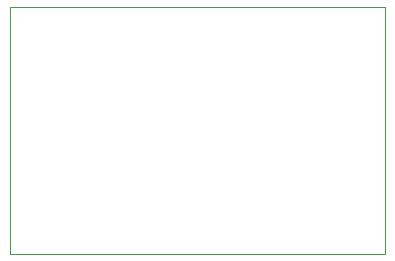
<source format=gm1>
%FSTAX23Y23*%
%MOIN*%
%SFA1B1*%

%IPPOS*%
%ADD13C,0.003000*%
%LNboost-shield-v2-1*%
%LPD*%
G54D13*
X0Y0D02*
X0125D01*
Y00825*
X0D02*
X0125D01*
X0Y0D02*
Y00825D01*
M02*
</source>
